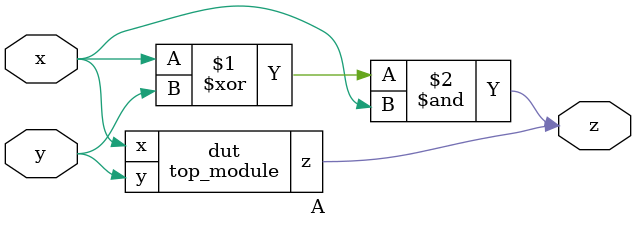
<source format=v>
module top_module (input x, input y, output z);
    assign z=(x^y)&x;
endmodule
module A(input x,y,output z);
    top_module dut(x,y,z);
    assign z=(x^y)&x;


endmodule

</source>
